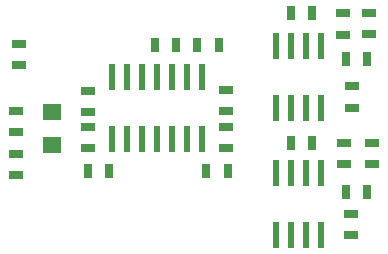
<source format=gtp>
G75*
%MOIN*%
%OFA0B0*%
%FSLAX25Y25*%
%IPPOS*%
%LPD*%
%AMOC8*
5,1,8,0,0,1.08239X$1,22.5*
%
%ADD10R,0.04724X0.03150*%
%ADD11R,0.02362X0.08661*%
%ADD12R,0.03150X0.04724*%
%ADD13R,0.06299X0.05512*%
%ADD14R,0.02400X0.08700*%
D10*
X0068704Y0046617D03*
X0068704Y0053703D03*
X0068710Y0060772D03*
X0068710Y0067858D03*
X0092555Y0067437D03*
X0092555Y0062524D03*
X0092555Y0055437D03*
X0092555Y0074524D03*
X0069518Y0083260D03*
X0069518Y0090346D03*
X0138555Y0074924D03*
X0138555Y0067837D03*
X0138555Y0062524D03*
X0138555Y0055437D03*
X0178075Y0057406D03*
X0187327Y0057406D03*
X0187327Y0050319D03*
X0178075Y0050319D03*
X0180240Y0033587D03*
X0180240Y0026500D03*
X0180437Y0069020D03*
X0180437Y0076106D03*
X0177484Y0093429D03*
X0186343Y0093626D03*
X0186343Y0100713D03*
X0177484Y0100516D03*
D11*
X0130555Y0079217D03*
X0125555Y0079217D03*
X0120555Y0079217D03*
X0115555Y0079217D03*
X0110555Y0079217D03*
X0105555Y0079217D03*
X0100555Y0079217D03*
X0100555Y0058744D03*
X0105555Y0058744D03*
X0110555Y0058744D03*
X0115555Y0058744D03*
X0120555Y0058744D03*
X0125555Y0058744D03*
X0130555Y0058744D03*
D12*
X0132012Y0047980D03*
X0139098Y0047980D03*
X0160161Y0057209D03*
X0167248Y0057209D03*
X0178469Y0041067D03*
X0185555Y0041067D03*
X0185752Y0085161D03*
X0178665Y0085161D03*
X0167248Y0100516D03*
X0160161Y0100516D03*
X0136125Y0089854D03*
X0129039Y0089854D03*
X0121969Y0089954D03*
X0114882Y0089954D03*
X0099598Y0047980D03*
X0092512Y0047980D03*
D13*
X0080558Y0056534D03*
X0080558Y0067557D03*
D14*
X0155417Y0068956D03*
X0160417Y0068956D03*
X0165417Y0068956D03*
X0170417Y0068956D03*
X0170417Y0089556D03*
X0165417Y0089556D03*
X0160417Y0089556D03*
X0155417Y0089556D03*
X0155417Y0047233D03*
X0160417Y0047233D03*
X0165417Y0047233D03*
X0170417Y0047233D03*
X0170417Y0026633D03*
X0165417Y0026633D03*
X0160417Y0026633D03*
X0155417Y0026633D03*
M02*

</source>
